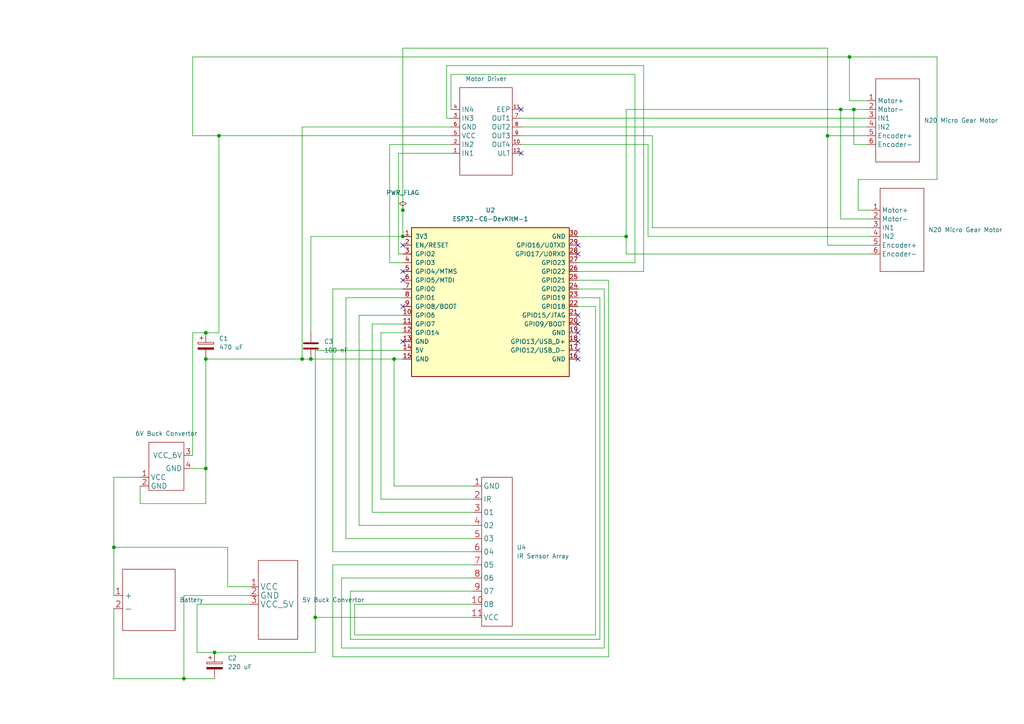
<source format=kicad_sch>
(kicad_sch
	(version 20250114)
	(generator "eeschema")
	(generator_version "9.0")
	(uuid "251d369d-29e6-4cc4-9ad2-9627e3bfe5fc")
	(paper "A4")
	(lib_symbols
		(symbol "7.4V_2500_mAH_Li-ion_Battery_1"
			(exclude_from_sim no)
			(in_bom yes)
			(on_board yes)
			(property "Reference" "U"
				(at 14.986 4.318 0)
				(effects
					(font
						(size 1.27 1.27)
					)
					(hide yes)
				)
			)
			(property "Value" ""
				(at 0 0 0)
				(effects
					(font
						(size 1.27 1.27)
					)
				)
			)
			(property "Footprint" ""
				(at 0 0 0)
				(effects
					(font
						(size 1.27 1.27)
					)
					(hide yes)
				)
			)
			(property "Datasheet" ""
				(at 0 0 0)
				(effects
					(font
						(size 1.27 1.27)
					)
					(hide yes)
				)
			)
			(property "Description" ""
				(at 0 0 0)
				(effects
					(font
						(size 1.27 1.27)
					)
					(hide yes)
				)
			)
			(symbol "7.4V_2500_mAH_Li-ion_Battery_1_0_1"
				(rectangle
					(start -7.62 17.78)
					(end 7.62 0)
					(stroke
						(width 0)
						(type default)
					)
					(fill
						(type none)
					)
				)
			)
			(symbol "7.4V_2500_mAH_Li-ion_Battery_1_1_1"
				(pin output line
					(at -10.16 10.16 0)
					(length 2.54)
					(name "+"
						(effects
							(font
								(size 1.778 1.778)
							)
						)
					)
					(number "1"
						(effects
							(font
								(size 1.778 1.778)
							)
						)
					)
				)
				(pin output line
					(at -10.16 6.35 0)
					(length 2.54)
					(name "-"
						(effects
							(font
								(size 1.778 1.778)
							)
						)
					)
					(number "2"
						(effects
							(font
								(size 1.778 1.778)
							)
						)
					)
				)
			)
			(embedded_fonts no)
		)
		(symbol "Device:C"
			(pin_numbers
				(hide yes)
			)
			(pin_names
				(offset 0.254)
			)
			(exclude_from_sim no)
			(in_bom yes)
			(on_board yes)
			(property "Reference" "C"
				(at 0.635 2.54 0)
				(effects
					(font
						(size 1.27 1.27)
					)
					(justify left)
				)
			)
			(property "Value" "C"
				(at 0.635 -2.54 0)
				(effects
					(font
						(size 1.27 1.27)
					)
					(justify left)
				)
			)
			(property "Footprint" ""
				(at 0.9652 -3.81 0)
				(effects
					(font
						(size 1.27 1.27)
					)
					(hide yes)
				)
			)
			(property "Datasheet" "~"
				(at 0 0 0)
				(effects
					(font
						(size 1.27 1.27)
					)
					(hide yes)
				)
			)
			(property "Description" "Unpolarized capacitor"
				(at 0 0 0)
				(effects
					(font
						(size 1.27 1.27)
					)
					(hide yes)
				)
			)
			(property "ki_keywords" "cap capacitor"
				(at 0 0 0)
				(effects
					(font
						(size 1.27 1.27)
					)
					(hide yes)
				)
			)
			(property "ki_fp_filters" "C_*"
				(at 0 0 0)
				(effects
					(font
						(size 1.27 1.27)
					)
					(hide yes)
				)
			)
			(symbol "C_0_1"
				(polyline
					(pts
						(xy -2.032 0.762) (xy 2.032 0.762)
					)
					(stroke
						(width 0.508)
						(type default)
					)
					(fill
						(type none)
					)
				)
				(polyline
					(pts
						(xy -2.032 -0.762) (xy 2.032 -0.762)
					)
					(stroke
						(width 0.508)
						(type default)
					)
					(fill
						(type none)
					)
				)
			)
			(symbol "C_1_1"
				(pin passive line
					(at 0 3.81 270)
					(length 2.794)
					(name "~"
						(effects
							(font
								(size 1.27 1.27)
							)
						)
					)
					(number "1"
						(effects
							(font
								(size 1.27 1.27)
							)
						)
					)
				)
				(pin passive line
					(at 0 -3.81 90)
					(length 2.794)
					(name "~"
						(effects
							(font
								(size 1.27 1.27)
							)
						)
					)
					(number "2"
						(effects
							(font
								(size 1.27 1.27)
							)
						)
					)
				)
			)
			(embedded_fonts no)
		)
		(symbol "Device:C_Polarized"
			(pin_numbers
				(hide yes)
			)
			(pin_names
				(offset 0.254)
			)
			(exclude_from_sim no)
			(in_bom yes)
			(on_board yes)
			(property "Reference" "C"
				(at 0.635 2.54 0)
				(effects
					(font
						(size 1.27 1.27)
					)
					(justify left)
				)
			)
			(property "Value" "C_Polarized"
				(at 0.635 -2.54 0)
				(effects
					(font
						(size 1.27 1.27)
					)
					(justify left)
				)
			)
			(property "Footprint" ""
				(at 0.9652 -3.81 0)
				(effects
					(font
						(size 1.27 1.27)
					)
					(hide yes)
				)
			)
			(property "Datasheet" "~"
				(at 0 0 0)
				(effects
					(font
						(size 1.27 1.27)
					)
					(hide yes)
				)
			)
			(property "Description" "Polarized capacitor"
				(at 0 0 0)
				(effects
					(font
						(size 1.27 1.27)
					)
					(hide yes)
				)
			)
			(property "ki_keywords" "cap capacitor"
				(at 0 0 0)
				(effects
					(font
						(size 1.27 1.27)
					)
					(hide yes)
				)
			)
			(property "ki_fp_filters" "CP_*"
				(at 0 0 0)
				(effects
					(font
						(size 1.27 1.27)
					)
					(hide yes)
				)
			)
			(symbol "C_Polarized_0_1"
				(rectangle
					(start -2.286 0.508)
					(end 2.286 1.016)
					(stroke
						(width 0)
						(type default)
					)
					(fill
						(type none)
					)
				)
				(polyline
					(pts
						(xy -1.778 2.286) (xy -0.762 2.286)
					)
					(stroke
						(width 0)
						(type default)
					)
					(fill
						(type none)
					)
				)
				(polyline
					(pts
						(xy -1.27 2.794) (xy -1.27 1.778)
					)
					(stroke
						(width 0)
						(type default)
					)
					(fill
						(type none)
					)
				)
				(rectangle
					(start 2.286 -0.508)
					(end -2.286 -1.016)
					(stroke
						(width 0)
						(type default)
					)
					(fill
						(type outline)
					)
				)
			)
			(symbol "C_Polarized_1_1"
				(pin passive line
					(at 0 3.81 270)
					(length 2.794)
					(name "~"
						(effects
							(font
								(size 1.27 1.27)
							)
						)
					)
					(number "1"
						(effects
							(font
								(size 1.27 1.27)
							)
						)
					)
				)
				(pin passive line
					(at 0 -3.81 90)
					(length 2.794)
					(name "~"
						(effects
							(font
								(size 1.27 1.27)
							)
						)
					)
					(number "2"
						(effects
							(font
								(size 1.27 1.27)
							)
						)
					)
				)
			)
			(embedded_fonts no)
		)
		(symbol "Espressif:ESP32-C6-DevKitM-1"
			(pin_names
				(offset 1.016)
			)
			(exclude_from_sim no)
			(in_bom yes)
			(on_board yes)
			(property "Reference" "U"
				(at -22.86 25.4 0)
				(effects
					(font
						(size 1.27 1.27)
					)
					(justify left)
				)
			)
			(property "Value" "ESP32-C6-DevKitM-1"
				(at -22.86 22.86 0)
				(effects
					(font
						(size 1.27 1.27)
					)
					(justify left)
				)
			)
			(property "Footprint" "PCM_Espressif:ESP32-C6-DevKitM-1"
				(at 0 -25.4 0)
				(effects
					(font
						(size 1.27 1.27)
					)
					(hide yes)
				)
			)
			(property "Datasheet" "https://docs.espressif.com/projects/espressif-esp-dev-kits/en/latest/esp32c6/esp32-c6-devkitm-1/index.html"
				(at 8.89 -27.94 0)
				(effects
					(font
						(size 1.27 1.27)
					)
					(hide yes)
				)
			)
			(property "Description" "ESP32-C6-DevKitC-1"
				(at 0 0 0)
				(effects
					(font
						(size 1.27 1.27)
					)
					(hide yes)
				)
			)
			(symbol "ESP32-C6-DevKitM-1_0_1"
				(rectangle
					(start -22.86 20.32)
					(end 22.86 -22.86)
					(stroke
						(width 0.254)
						(type default)
					)
					(fill
						(type background)
					)
				)
			)
			(symbol "ESP32-C6-DevKitM-1_1_0"
				(pin input line
					(at -25.4 15.24 0)
					(length 2.54)
					(name "EN/RESET"
						(effects
							(font
								(size 1.27 1.27)
							)
						)
					)
					(number "2"
						(effects
							(font
								(size 1.27 1.27)
							)
						)
					)
				)
				(pin power_in line
					(at -25.4 -15.24 0)
					(length 2.54)
					(name "5V"
						(effects
							(font
								(size 1.27 1.27)
							)
						)
					)
					(number "14"
						(effects
							(font
								(size 1.27 1.27)
							)
						)
					)
				)
				(pin passive line
					(at 25.4 17.78 180)
					(length 2.54)
					(name "GND"
						(effects
							(font
								(size 1.27 1.27)
							)
						)
					)
					(number "30"
						(effects
							(font
								(size 1.27 1.27)
							)
						)
					)
				)
			)
			(symbol "ESP32-C6-DevKitM-1_1_1"
				(pin power_in line
					(at -25.4 17.78 0)
					(length 2.54)
					(name "3V3"
						(effects
							(font
								(size 1.27 1.27)
							)
						)
					)
					(number "1"
						(effects
							(font
								(size 1.27 1.27)
							)
						)
					)
				)
				(pin bidirectional line
					(at -25.4 12.7 0)
					(length 2.54)
					(name "GPIO2"
						(effects
							(font
								(size 1.27 1.27)
							)
						)
					)
					(number "3"
						(effects
							(font
								(size 1.27 1.27)
							)
						)
					)
					(alternate "GPIO2/ADC1_CH2" bidirectional line)
					(alternate "GPIO2/FSPIQ" bidirectional line)
					(alternate "GPIO2/LP_GPIO2" bidirectional line)
					(alternate "GPIO2/LP_UART_RTSN" bidirectional line)
				)
				(pin bidirectional line
					(at -25.4 10.16 0)
					(length 2.54)
					(name "GPIO3"
						(effects
							(font
								(size 1.27 1.27)
							)
						)
					)
					(number "4"
						(effects
							(font
								(size 1.27 1.27)
							)
						)
					)
					(alternate "GPIO3/ADC1_CH3" bidirectional line)
					(alternate "GPIO3/LP_GPIO3" bidirectional line)
					(alternate "GPIO3/LP_UART_CTSN" bidirectional line)
				)
				(pin bidirectional line
					(at -25.4 7.62 0)
					(length 2.54)
					(name "GPIO4/MTMS"
						(effects
							(font
								(size 1.27 1.27)
							)
						)
					)
					(number "5"
						(effects
							(font
								(size 1.27 1.27)
							)
						)
					)
					(alternate "GPIO4" bidirectional line)
					(alternate "GPIO4/ADC1_CH4" bidirectional line)
					(alternate "GPIO4/FSPIHD" bidirectional line)
					(alternate "GPIO4/LP_GPIO4" bidirectional line)
					(alternate "GPIO4/LP_UART_RXD" bidirectional line)
				)
				(pin bidirectional line
					(at -25.4 5.08 0)
					(length 2.54)
					(name "GPIO5/MTDI"
						(effects
							(font
								(size 1.27 1.27)
							)
						)
					)
					(number "6"
						(effects
							(font
								(size 1.27 1.27)
							)
						)
					)
					(alternate "GPIO5" bidirectional line)
					(alternate "GPIO5/ADC1_CH5" bidirectional line)
					(alternate "GPIO5/FSPIWP" bidirectional line)
					(alternate "GPIO5/LP_GPIO5" bidirectional line)
					(alternate "GPIO5/LP_UART_TXD" bidirectional line)
				)
				(pin bidirectional line
					(at -25.4 2.54 0)
					(length 2.54)
					(name "GPIO0"
						(effects
							(font
								(size 1.27 1.27)
							)
						)
					)
					(number "7"
						(effects
							(font
								(size 1.27 1.27)
							)
						)
					)
					(alternate "GPIO0/ADC1_CH0" bidirectional line)
					(alternate "GPIO0/LP_GPIO0" bidirectional line)
					(alternate "GPIO0/LP_UART_DTRN" bidirectional line)
					(alternate "GPIO0/XTAL_32K_P" bidirectional line)
				)
				(pin bidirectional line
					(at -25.4 0 0)
					(length 2.54)
					(name "GPIO1"
						(effects
							(font
								(size 1.27 1.27)
							)
						)
					)
					(number "8"
						(effects
							(font
								(size 1.27 1.27)
							)
						)
					)
					(alternate "GPIO1/ADC1_CH1" bidirectional line)
					(alternate "GPIO1/LP_GPIO1" bidirectional line)
					(alternate "GPIO1/LP_UART_DSRN" bidirectional line)
					(alternate "GPIO1/XTAL_32K_N" bidirectional line)
				)
				(pin bidirectional line
					(at -25.4 -2.54 0)
					(length 2.54)
					(name "GPIO8/BOOT"
						(effects
							(font
								(size 1.27 1.27)
							)
						)
					)
					(number "9"
						(effects
							(font
								(size 1.27 1.27)
							)
						)
					)
				)
				(pin bidirectional line
					(at -25.4 -5.08 0)
					(length 2.54)
					(name "GPIO6"
						(effects
							(font
								(size 1.27 1.27)
							)
						)
					)
					(number "10"
						(effects
							(font
								(size 1.27 1.27)
							)
						)
					)
					(alternate "GPIO6/ADC1_CH6" bidirectional line)
					(alternate "GPIO6/FSPICLK" bidirectional line)
					(alternate "GPIO6/LP_GPIO6" bidirectional line)
					(alternate "GPIO6/LP_I2C_SDA" bidirectional line)
					(alternate "GPIO6/MTCK" bidirectional line)
				)
				(pin bidirectional line
					(at -25.4 -7.62 0)
					(length 2.54)
					(name "GPIO7"
						(effects
							(font
								(size 1.27 1.27)
							)
						)
					)
					(number "11"
						(effects
							(font
								(size 1.27 1.27)
							)
						)
					)
				)
				(pin bidirectional line
					(at -25.4 -10.16 0)
					(length 2.54)
					(name "GPIO14"
						(effects
							(font
								(size 1.27 1.27)
							)
						)
					)
					(number "12"
						(effects
							(font
								(size 1.27 1.27)
							)
						)
					)
				)
				(pin passive line
					(at -25.4 -12.7 0)
					(length 2.54)
					(name "GND"
						(effects
							(font
								(size 1.27 1.27)
							)
						)
					)
					(number "13"
						(effects
							(font
								(size 1.27 1.27)
							)
						)
					)
				)
				(pin passive line
					(at -25.4 -17.78 0)
					(length 2.54)
					(name "GND"
						(effects
							(font
								(size 1.27 1.27)
							)
						)
					)
					(number "15"
						(effects
							(font
								(size 1.27 1.27)
							)
						)
					)
				)
				(pin bidirectional line
					(at 25.4 15.24 180)
					(length 2.54)
					(name "GPIO16/U0TXD"
						(effects
							(font
								(size 1.27 1.27)
							)
						)
					)
					(number "29"
						(effects
							(font
								(size 1.27 1.27)
							)
						)
					)
					(alternate "GPIO16" bidirectional line)
					(alternate "GPIO16/FSPICS0" bidirectional line)
				)
				(pin bidirectional line
					(at 25.4 12.7 180)
					(length 2.54)
					(name "GPIO17/U0RXD"
						(effects
							(font
								(size 1.27 1.27)
							)
						)
					)
					(number "28"
						(effects
							(font
								(size 1.27 1.27)
							)
						)
					)
					(alternate "GPIO17" bidirectional line)
					(alternate "GPIO17/FSPICS1" bidirectional line)
				)
				(pin bidirectional line
					(at 25.4 10.16 180)
					(length 2.54)
					(name "GPIO23"
						(effects
							(font
								(size 1.27 1.27)
							)
						)
					)
					(number "27"
						(effects
							(font
								(size 1.27 1.27)
							)
						)
					)
					(alternate "GPIO23/SDIO_DATA3" bidirectional line)
				)
				(pin bidirectional line
					(at 25.4 7.62 180)
					(length 2.54)
					(name "GPIO22"
						(effects
							(font
								(size 1.27 1.27)
							)
						)
					)
					(number "26"
						(effects
							(font
								(size 1.27 1.27)
							)
						)
					)
					(alternate "GPIO22/SDIO_DATA2" bidirectional line)
				)
				(pin bidirectional line
					(at 25.4 5.08 180)
					(length 2.54)
					(name "GPIO21"
						(effects
							(font
								(size 1.27 1.27)
							)
						)
					)
					(number "25"
						(effects
							(font
								(size 1.27 1.27)
							)
						)
					)
					(alternate "GPIO21/FSPICS5" bidirectional line)
					(alternate "GPIO21/SDIO_DATA1" bidirectional line)
				)
				(pin bidirectional line
					(at 25.4 2.54 180)
					(length 2.54)
					(name "GPIO20"
						(effects
							(font
								(size 1.27 1.27)
							)
						)
					)
					(number "24"
						(effects
							(font
								(size 1.27 1.27)
							)
						)
					)
					(alternate "GPIO20/FSPICS4" bidirectional line)
					(alternate "GPIO20/SDIO_DATA0" bidirectional line)
				)
				(pin bidirectional line
					(at 25.4 0 180)
					(length 2.54)
					(name "GPIO19"
						(effects
							(font
								(size 1.27 1.27)
							)
						)
					)
					(number "23"
						(effects
							(font
								(size 1.27 1.27)
							)
						)
					)
					(alternate "GPIO19/FSPICS3" bidirectional line)
					(alternate "GPIO19/SDIO_CLK" bidirectional line)
				)
				(pin bidirectional line
					(at 25.4 -2.54 180)
					(length 2.54)
					(name "GPIO18"
						(effects
							(font
								(size 1.27 1.27)
							)
						)
					)
					(number "22"
						(effects
							(font
								(size 1.27 1.27)
							)
						)
					)
					(alternate "GPIO18/FSPICS2" bidirectional line)
					(alternate "GPIO18/SDIO_CMD" bidirectional line)
				)
				(pin bidirectional line
					(at 25.4 -5.08 180)
					(length 2.54)
					(name "GPIO15/JTAG"
						(effects
							(font
								(size 1.27 1.27)
							)
						)
					)
					(number "21"
						(effects
							(font
								(size 1.27 1.27)
							)
						)
					)
				)
				(pin bidirectional line
					(at 25.4 -7.62 180)
					(length 2.54)
					(name "GPIO9/BOOT"
						(effects
							(font
								(size 1.27 1.27)
							)
						)
					)
					(number "20"
						(effects
							(font
								(size 1.27 1.27)
							)
						)
					)
				)
				(pin passive line
					(at 25.4 -10.16 180)
					(length 2.54)
					(name "GND"
						(effects
							(font
								(size 1.27 1.27)
							)
						)
					)
					(number "19"
						(effects
							(font
								(size 1.27 1.27)
							)
						)
					)
				)
				(pin bidirectional line
					(at 25.4 -12.7 180)
					(length 2.54)
					(name "GPIO13/USB_D+"
						(effects
							(font
								(size 1.27 1.27)
							)
						)
					)
					(number "18"
						(effects
							(font
								(size 1.27 1.27)
							)
						)
					)
					(alternate "GPIO13" bidirectional line)
				)
				(pin bidirectional line
					(at 25.4 -15.24 180)
					(length 2.54)
					(name "GPIO12/USB_D-"
						(effects
							(font
								(size 1.27 1.27)
							)
						)
					)
					(number "17"
						(effects
							(font
								(size 1.27 1.27)
							)
						)
					)
					(alternate "GPIO12" bidirectional line)
				)
				(pin passive line
					(at 25.4 -17.78 180)
					(length 2.54)
					(name "GND"
						(effects
							(font
								(size 1.27 1.27)
							)
						)
					)
					(number "16"
						(effects
							(font
								(size 1.27 1.27)
							)
						)
					)
				)
			)
			(embedded_fonts no)
		)
		(symbol "Line Following Robot:5V_Buck_Convertor"
			(exclude_from_sim no)
			(in_bom yes)
			(on_board yes)
			(property "Reference" "U1"
				(at 6.35 3.556 0)
				(effects
					(font
						(size 1.27 1.27)
					)
					(hide yes)
				)
			)
			(property "Value" "~"
				(at 3.81 11.4301 0)
				(effects
					(font
						(size 1.27 1.27)
					)
					(justify left)
				)
			)
			(property "Footprint" ""
				(at 0 0 0)
				(effects
					(font
						(size 1.27 1.27)
					)
					(hide yes)
				)
			)
			(property "Datasheet" ""
				(at 0 0 0)
				(effects
					(font
						(size 1.27 1.27)
					)
					(hide yes)
				)
			)
			(property "Description" ""
				(at 0 0 0)
				(effects
					(font
						(size 1.27 1.27)
					)
					(hide yes)
				)
			)
			(symbol "5V_Buck_Convertor_0_1"
				(rectangle
					(start -8.89 22.86)
					(end 2.54 0)
					(stroke
						(width 0)
						(type default)
					)
					(fill
						(type none)
					)
				)
			)
			(symbol "5V_Buck_Convertor_1_1"
				(pin input line
					(at -11.43 15.24 0)
					(length 2.54)
					(name "VCC"
						(effects
							(font
								(size 1.778 1.778)
							)
						)
					)
					(number "1"
						(effects
							(font
								(size 1.778 1.778)
							)
						)
					)
				)
				(pin passive line
					(at -11.43 12.7 0)
					(length 2.54)
					(name "GND"
						(effects
							(font
								(size 1.778 1.778)
							)
						)
					)
					(number "2"
						(effects
							(font
								(size 1.778 1.778)
							)
						)
					)
				)
				(pin power_out line
					(at -11.43 10.16 0)
					(length 2.54)
					(name "VCC_5V"
						(effects
							(font
								(size 1.778 1.778)
							)
						)
					)
					(number "3"
						(effects
							(font
								(size 1.778 1.778)
							)
						)
					)
				)
			)
			(embedded_fonts no)
		)
		(symbol "Line Following Robot:8_Channel_IR_Sensor_Array"
			(exclude_from_sim no)
			(in_bom yes)
			(on_board yes)
			(property "Reference" "U"
				(at 4.826 2.794 0)
				(effects
					(font
						(size 1.27 1.27)
					)
				)
			)
			(property "Value" ""
				(at 0 0 0)
				(effects
					(font
						(size 1.27 1.27)
					)
				)
			)
			(property "Footprint" ""
				(at 0 0 0)
				(effects
					(font
						(size 1.27 1.27)
					)
					(hide yes)
				)
			)
			(property "Datasheet" ""
				(at 0 0 0)
				(effects
					(font
						(size 1.27 1.27)
					)
					(hide yes)
				)
			)
			(property "Description" ""
				(at 0 0 0)
				(effects
					(font
						(size 1.27 1.27)
					)
					(hide yes)
				)
			)
			(symbol "8_Channel_IR_Sensor_Array_0_1"
				(rectangle
					(start -3.81 20.32)
					(end 5.08 -22.86)
					(stroke
						(width 0)
						(type default)
					)
					(fill
						(type none)
					)
				)
			)
			(symbol "8_Channel_IR_Sensor_Array_1_1"
				(pin passive line
					(at -6.35 17.78 0)
					(length 2.54)
					(name "GND"
						(effects
							(font
								(size 1.524 1.524)
							)
						)
					)
					(number "1"
						(effects
							(font
								(size 1.778 1.778)
							)
						)
					)
				)
				(pin input line
					(at -6.35 13.97 0)
					(length 2.54)
					(name "IR"
						(effects
							(font
								(size 1.524 1.524)
							)
						)
					)
					(number "2"
						(effects
							(font
								(size 1.778 1.778)
							)
						)
					)
				)
				(pin output line
					(at -6.35 10.16 0)
					(length 2.54)
					(name "01"
						(effects
							(font
								(size 1.524 1.524)
							)
						)
					)
					(number "3"
						(effects
							(font
								(size 1.778 1.778)
							)
						)
					)
				)
				(pin output line
					(at -6.35 6.35 0)
					(length 2.54)
					(name "02"
						(effects
							(font
								(size 1.524 1.524)
							)
						)
					)
					(number "4"
						(effects
							(font
								(size 1.778 1.778)
							)
						)
					)
				)
				(pin output line
					(at -6.35 2.54 0)
					(length 2.54)
					(name "03"
						(effects
							(font
								(size 1.524 1.524)
							)
						)
					)
					(number "5"
						(effects
							(font
								(size 1.778 1.778)
							)
						)
					)
				)
				(pin output line
					(at -6.35 -1.27 0)
					(length 2.54)
					(name "04"
						(effects
							(font
								(size 1.524 1.524)
							)
						)
					)
					(number "6"
						(effects
							(font
								(size 1.778 1.778)
							)
						)
					)
				)
				(pin output line
					(at -6.35 -5.08 0)
					(length 2.54)
					(name "05"
						(effects
							(font
								(size 1.524 1.524)
							)
						)
					)
					(number "7"
						(effects
							(font
								(size 1.778 1.778)
							)
						)
					)
				)
				(pin output line
					(at -6.35 -8.89 0)
					(length 2.54)
					(name "06"
						(effects
							(font
								(size 1.524 1.524)
							)
						)
					)
					(number "8"
						(effects
							(font
								(size 1.778 1.778)
							)
						)
					)
				)
				(pin output line
					(at -6.35 -12.7 0)
					(length 2.54)
					(name "07"
						(effects
							(font
								(size 1.524 1.524)
							)
						)
					)
					(number "9"
						(effects
							(font
								(size 1.778 1.778)
							)
						)
					)
				)
				(pin output line
					(at -6.35 -16.51 0)
					(length 2.54)
					(name "08"
						(effects
							(font
								(size 1.524 1.524)
							)
						)
					)
					(number "10"
						(effects
							(font
								(size 1.778 1.778)
							)
						)
					)
				)
				(pin input line
					(at -6.35 -20.32 0)
					(length 2.54)
					(name "VCC"
						(effects
							(font
								(size 1.524 1.524)
							)
						)
					)
					(number "11"
						(effects
							(font
								(size 1.778 1.778)
							)
						)
					)
				)
			)
			(embedded_fonts no)
		)
		(symbol "Line Following Robot:DRV8833_Dual_Motor_Driver_1.5A"
			(exclude_from_sim no)
			(in_bom yes)
			(on_board yes)
			(property "Reference" "U"
				(at -12.954 -4.064 0)
				(effects
					(font
						(size 1.27 1.27)
					)
					(hide yes)
				)
			)
			(property "Value" ""
				(at 0 0 0)
				(effects
					(font
						(size 1.27 1.27)
					)
				)
			)
			(property "Footprint" ""
				(at 0 0 0)
				(effects
					(font
						(size 1.27 1.27)
					)
					(hide yes)
				)
			)
			(property "Datasheet" ""
				(at 0 0 0)
				(effects
					(font
						(size 1.27 1.27)
					)
					(hide yes)
				)
			)
			(property "Description" ""
				(at 0 0 0)
				(effects
					(font
						(size 1.27 1.27)
					)
					(hide yes)
				)
			)
			(symbol "DRV8833_Dual_Motor_Driver_1.5A_0_1"
				(rectangle
					(start -15.24 8.89)
					(end 0 -16.51)
					(stroke
						(width 0)
						(type default)
					)
					(fill
						(type none)
					)
				)
			)
			(symbol "DRV8833_Dual_Motor_Driver_1.5A_1_1"
				(pin input line
					(at -17.78 2.54 0)
					(length 2.54)
					(name "IN4"
						(effects
							(font
								(size 1.397 1.397)
							)
						)
					)
					(number "4"
						(effects
							(font
								(size 1.016 1.016)
							)
						)
					)
				)
				(pin input line
					(at -17.78 0 0)
					(length 2.54)
					(name "IN3"
						(effects
							(font
								(size 1.397 1.397)
							)
						)
					)
					(number "3"
						(effects
							(font
								(size 1.016 1.016)
							)
						)
					)
				)
				(pin input line
					(at -17.78 -2.54 0)
					(length 2.54)
					(name "GND"
						(effects
							(font
								(size 1.397 1.397)
							)
						)
					)
					(number "6"
						(effects
							(font
								(size 1.016 1.016)
							)
						)
					)
				)
				(pin input line
					(at -17.78 -5.08 0)
					(length 2.54)
					(name "VCC"
						(effects
							(font
								(size 1.397 1.397)
							)
						)
					)
					(number "5"
						(effects
							(font
								(size 1.016 1.016)
							)
						)
					)
				)
				(pin input line
					(at -17.78 -7.62 0)
					(length 2.54)
					(name "IN2"
						(effects
							(font
								(size 1.397 1.397)
							)
						)
					)
					(number "2"
						(effects
							(font
								(size 1.016 1.016)
							)
						)
					)
				)
				(pin input line
					(at -17.78 -10.16 0)
					(length 2.54)
					(name "IN1"
						(effects
							(font
								(size 1.397 1.397)
							)
						)
					)
					(number "1"
						(effects
							(font
								(size 1.016 1.016)
							)
						)
					)
				)
				(pin input line
					(at 2.54 2.54 180)
					(length 2.54)
					(name "EEP"
						(effects
							(font
								(size 1.397 1.397)
							)
						)
					)
					(number "11"
						(effects
							(font
								(size 1.016 1.016)
							)
						)
					)
				)
				(pin output line
					(at 2.54 0 180)
					(length 2.54)
					(name "OUT1"
						(effects
							(font
								(size 1.397 1.397)
							)
						)
					)
					(number "7"
						(effects
							(font
								(size 1.016 1.016)
							)
						)
					)
				)
				(pin output line
					(at 2.54 -2.54 180)
					(length 2.54)
					(name "OUT2"
						(effects
							(font
								(size 1.397 1.397)
							)
						)
					)
					(number "8"
						(effects
							(font
								(size 1.016 1.016)
							)
						)
					)
				)
				(pin output line
					(at 2.54 -5.08 180)
					(length 2.54)
					(name "OUT3"
						(effects
							(font
								(size 1.397 1.397)
							)
						)
					)
					(number "9"
						(effects
							(font
								(size 1.016 1.016)
							)
						)
					)
				)
				(pin output line
					(at 2.54 -7.62 180)
					(length 2.54)
					(name "OUT4"
						(effects
							(font
								(size 1.397 1.397)
							)
						)
					)
					(number "10"
						(effects
							(font
								(size 1.016 1.016)
							)
						)
					)
				)
				(pin output line
					(at 2.54 -10.16 180)
					(length 2.54)
					(name "ULT"
						(effects
							(font
								(size 1.397 1.397)
							)
						)
					)
					(number "12"
						(effects
							(font
								(size 1.016 1.016)
							)
						)
					)
				)
			)
			(embedded_fonts no)
		)
		(symbol "Line Following Robot:N20_Micro_Gear_Motor_with_Encoder"
			(exclude_from_sim no)
			(in_bom yes)
			(on_board yes)
			(property "Reference" "A"
				(at 23.876 16.002 0)
				(do_not_autoplace)
				(effects
					(font
						(size 1.27 1.27)
					)
					(hide yes)
				)
			)
			(property "Value" ""
				(at 0 0 0)
				(effects
					(font
						(size 1.27 1.27)
					)
				)
			)
			(property "Footprint" ""
				(at 0 0 0)
				(effects
					(font
						(size 1.27 1.27)
					)
					(hide yes)
				)
			)
			(property "Datasheet" ""
				(at 0 0 0)
				(effects
					(font
						(size 1.27 1.27)
					)
					(hide yes)
				)
			)
			(property "Description" ""
				(at 0 0 0)
				(effects
					(font
						(size 1.27 1.27)
					)
					(hide yes)
				)
			)
			(symbol "N20_Micro_Gear_Motor_with_Encoder_0_1"
				(rectangle
					(start -3.81 7.62)
					(end 8.89 -16.51)
					(stroke
						(width 0)
						(type default)
					)
					(fill
						(type none)
					)
				)
			)
			(symbol "N20_Micro_Gear_Motor_with_Encoder_1_1"
				(pin input line
					(at -6.35 1.27 0)
					(length 2.54)
					(name "Motor+"
						(effects
							(font
								(size 1.397 1.397)
							)
						)
					)
					(number "1"
						(effects
							(font
								(size 1.397 1.397)
							)
						)
					)
				)
				(pin input line
					(at -6.35 -1.27 0)
					(length 2.54)
					(name "Motor-"
						(effects
							(font
								(size 1.397 1.397)
							)
						)
					)
					(number "2"
						(effects
							(font
								(size 1.397 1.397)
							)
						)
					)
				)
				(pin input line
					(at -6.35 -3.81 0)
					(length 2.54)
					(name "IN1"
						(effects
							(font
								(size 1.397 1.397)
							)
						)
					)
					(number "3"
						(effects
							(font
								(size 1.397 1.397)
							)
						)
					)
				)
				(pin input line
					(at -6.35 -6.35 0)
					(length 2.54)
					(name "IN2"
						(effects
							(font
								(size 1.397 1.397)
							)
						)
					)
					(number "4"
						(effects
							(font
								(size 1.397 1.397)
							)
						)
					)
				)
				(pin input line
					(at -6.35 -8.89 0)
					(length 2.54)
					(name "Encoder+"
						(effects
							(font
								(size 1.397 1.397)
							)
						)
					)
					(number "5"
						(effects
							(font
								(size 1.397 1.397)
							)
						)
					)
				)
				(pin input line
					(at -6.35 -11.43 0)
					(length 2.54)
					(name "Encoder-"
						(effects
							(font
								(size 1.397 1.397)
							)
						)
					)
					(number "6"
						(effects
							(font
								(size 1.397 1.397)
							)
						)
					)
				)
			)
			(embedded_fonts no)
		)
		(symbol "XL4015_Buck_Convertor_1"
			(exclude_from_sim no)
			(in_bom yes)
			(on_board yes)
			(property "Reference" "U"
				(at 13.716 6.858 0)
				(effects
					(font
						(size 1.27 1.27)
					)
					(hide yes)
				)
			)
			(property "Value" ""
				(at 0 0 0)
				(effects
					(font
						(size 1.27 1.27)
					)
				)
			)
			(property "Footprint" ""
				(at 0 0 0)
				(effects
					(font
						(size 1.27 1.27)
					)
					(hide yes)
				)
			)
			(property "Datasheet" ""
				(at 0 0 0)
				(effects
					(font
						(size 1.27 1.27)
					)
					(hide yes)
				)
			)
			(property "Description" ""
				(at 0 0 0)
				(effects
					(font
						(size 1.27 1.27)
					)
					(hide yes)
				)
			)
			(symbol "XL4015_Buck_Convertor_1_0_1"
				(rectangle
					(start -10.16 13.97)
					(end 0 0)
					(stroke
						(width 0)
						(type default)
					)
					(fill
						(type none)
					)
				)
			)
			(symbol "XL4015_Buck_Convertor_1_1_1"
				(pin input line
					(at -12.7 3.81 0)
					(length 2.54)
					(name "VCC"
						(effects
							(font
								(size 1.524 1.524)
							)
						)
					)
					(number "1"
						(effects
							(font
								(size 1.524 1.524)
							)
						)
					)
				)
				(pin input line
					(at -12.7 1.27 0)
					(length 2.54)
					(name "GND"
						(effects
							(font
								(size 1.524 1.524)
							)
						)
					)
					(number "2"
						(effects
							(font
								(size 1.524 1.524)
							)
						)
					)
				)
				(pin output line
					(at 2.54 10.16 180)
					(length 2.54)
					(name "VCC_6V"
						(effects
							(font
								(size 1.524 1.524)
							)
						)
					)
					(number "3"
						(effects
							(font
								(size 1.524 1.524)
							)
						)
					)
				)
				(pin output line
					(at 2.54 6.35 180)
					(length 2.54)
					(name "GND"
						(effects
							(font
								(size 1.524 1.524)
							)
						)
					)
					(number "4"
						(effects
							(font
								(size 1.524 1.524)
							)
						)
					)
				)
			)
			(embedded_fonts no)
		)
		(symbol "power:PWR_FLAG"
			(power)
			(pin_numbers
				(hide yes)
			)
			(pin_names
				(offset 0)
				(hide yes)
			)
			(exclude_from_sim no)
			(in_bom yes)
			(on_board yes)
			(property "Reference" "#FLG"
				(at 0 1.905 0)
				(effects
					(font
						(size 1.27 1.27)
					)
					(hide yes)
				)
			)
			(property "Value" "PWR_FLAG"
				(at 0 3.81 0)
				(effects
					(font
						(size 1.27 1.27)
					)
				)
			)
			(property "Footprint" ""
				(at 0 0 0)
				(effects
					(font
						(size 1.27 1.27)
					)
					(hide yes)
				)
			)
			(property "Datasheet" "~"
				(at 0 0 0)
				(effects
					(font
						(size 1.27 1.27)
					)
					(hide yes)
				)
			)
			(property "Description" "Special symbol for telling ERC where power comes from"
				(at 0 0 0)
				(effects
					(font
						(size 1.27 1.27)
					)
					(hide yes)
				)
			)
			(property "ki_keywords" "flag power"
				(at 0 0 0)
				(effects
					(font
						(size 1.27 1.27)
					)
					(hide yes)
				)
			)
			(symbol "PWR_FLAG_0_0"
				(pin power_out line
					(at 0 0 90)
					(length 0)
					(name "~"
						(effects
							(font
								(size 1.27 1.27)
							)
						)
					)
					(number "1"
						(effects
							(font
								(size 1.27 1.27)
							)
						)
					)
				)
			)
			(symbol "PWR_FLAG_0_1"
				(polyline
					(pts
						(xy 0 0) (xy 0 1.27) (xy -1.016 1.905) (xy 0 2.54) (xy 1.016 1.905) (xy 0 1.27)
					)
					(stroke
						(width 0)
						(type default)
					)
					(fill
						(type none)
					)
				)
			)
			(embedded_fonts no)
		)
	)
	(junction
		(at 90.17 104.14)
		(diameter 0)
		(color 0 0 0 0)
		(uuid "03af884e-094f-4f57-aa90-856e9abadebc")
	)
	(junction
		(at 59.69 104.14)
		(diameter 0)
		(color 0 0 0 0)
		(uuid "0d7943af-108d-4a47-a995-4905b4b4f839")
	)
	(junction
		(at 87.63 104.14)
		(diameter 0)
		(color 0 0 0 0)
		(uuid "0f29e52a-0a5b-45ce-b781-82254a0c30da")
	)
	(junction
		(at 116.84 68.58)
		(diameter 0)
		(color 0 0 0 0)
		(uuid "18db4fef-1bb5-43c8-a68b-32c325a66d71")
	)
	(junction
		(at 33.02 158.75)
		(diameter 0)
		(color 0 0 0 0)
		(uuid "3c40d374-57ad-4a67-a9d7-c700eec3bd8c")
	)
	(junction
		(at 53.34 196.85)
		(diameter 0)
		(color 0 0 0 0)
		(uuid "4a31f33e-8436-4c98-899e-0c200cde6b52")
	)
	(junction
		(at 243.84 31.75)
		(diameter 0)
		(color 0 0 0 0)
		(uuid "4add7b84-381c-46b6-be92-74817ff2f23f")
	)
	(junction
		(at 59.69 96.52)
		(diameter 0)
		(color 0 0 0 0)
		(uuid "4afc6cc1-7333-4612-9b2b-c570eb345a50")
	)
	(junction
		(at 63.5 39.37)
		(diameter 0)
		(color 0 0 0 0)
		(uuid "723d96d6-2c66-4089-b263-7f06c0575dc4")
	)
	(junction
		(at 59.69 135.89)
		(diameter 0)
		(color 0 0 0 0)
		(uuid "95bc79e6-582f-42d3-8cbb-2be0daf12b4b")
	)
	(junction
		(at 247.65 31.75)
		(diameter 0)
		(color 0 0 0 0)
		(uuid "9d39eb94-3ed8-4962-a57d-7069264ecd92")
	)
	(junction
		(at 116.84 60.96)
		(diameter 0)
		(color 0 0 0 0)
		(uuid "bb462d3a-908b-418f-8192-5ae41a71c275")
	)
	(junction
		(at 246.38 16.51)
		(diameter 0)
		(color 0 0 0 0)
		(uuid "cf67e5a7-5d6c-4ec7-9208-2134deec087f")
	)
	(junction
		(at 114.3 104.14)
		(diameter 0)
		(color 0 0 0 0)
		(uuid "d0abb066-54fd-4b54-9307-f7b0f948ad44")
	)
	(junction
		(at 91.44 179.07)
		(diameter 0)
		(color 0 0 0 0)
		(uuid "d544cc8b-05a0-4f32-8c1f-499f96b13a92")
	)
	(junction
		(at 181.61 68.58)
		(diameter 0)
		(color 0 0 0 0)
		(uuid "e1a54ec2-8ab3-41c3-949a-a066a16622c0")
	)
	(junction
		(at 240.03 39.37)
		(diameter 0)
		(color 0 0 0 0)
		(uuid "e1b81e25-28e8-48a0-b979-00b25bedced7")
	)
	(junction
		(at 62.23 189.23)
		(diameter 0)
		(color 0 0 0 0)
		(uuid "e38ffa46-e3ad-4792-873a-0f256e40fca8")
	)
	(no_connect
		(at 151.13 31.75)
		(uuid "13a6c7fe-4238-45c3-a89c-d20fbb34593a")
	)
	(no_connect
		(at 151.13 44.45)
		(uuid "16db79a0-acd6-4cae-839e-00b668c9846f")
	)
	(no_connect
		(at 167.64 91.44)
		(uuid "2d42cb61-f636-4a5c-8a44-9cc2f8242090")
	)
	(no_connect
		(at 116.84 71.12)
		(uuid "305e253f-9b74-49aa-b278-417c26840bdc")
	)
	(no_connect
		(at 116.84 81.28)
		(uuid "38ae5861-0369-44d8-bac2-c3027d769757")
	)
	(no_connect
		(at 167.64 104.14)
		(uuid "6381d9e0-cb50-467c-bf92-5d1f7909df1c")
	)
	(no_connect
		(at 167.64 101.6)
		(uuid "6f5f1cce-2968-4a6c-8695-25fd239c2212")
	)
	(no_connect
		(at 167.64 73.66)
		(uuid "76d9bed0-cabb-498a-a009-af79eb6ded1a")
	)
	(no_connect
		(at 116.84 99.06)
		(uuid "a2fd4aec-29f7-41e1-90d2-f7067f841108")
	)
	(no_connect
		(at 116.84 88.9)
		(uuid "b4885e89-49ff-4e06-84a4-1f781e2867cc")
	)
	(no_connect
		(at 167.64 71.12)
		(uuid "c0da7539-80a6-4219-afa7-37e6b1df92c7")
	)
	(no_connect
		(at 167.64 96.52)
		(uuid "c598fcb0-cad1-479b-b785-58d43199eee1")
	)
	(no_connect
		(at 167.64 93.98)
		(uuid "c8a449f0-5606-4d0d-9c3a-405cc8e9a232")
	)
	(no_connect
		(at 167.64 99.06)
		(uuid "d6e0e2f4-7c0a-495d-9e19-9c11e8de20e3")
	)
	(no_connect
		(at 116.84 78.74)
		(uuid "de68c1c1-feee-42ec-809e-9640bf2c6c6b")
	)
	(wire
		(pts
			(xy 137.16 163.83) (xy 96.52 163.83)
		)
		(stroke
			(width 0)
			(type default)
		)
		(uuid "026f7f0d-4e43-4d13-afab-4e24e140ee55")
	)
	(wire
		(pts
			(xy 57.15 175.26) (xy 72.39 175.26)
		)
		(stroke
			(width 0)
			(type default)
		)
		(uuid "028fd7f3-00db-4b64-beea-847799de12e9")
	)
	(wire
		(pts
			(xy 91.44 101.6) (xy 116.84 101.6)
		)
		(stroke
			(width 0)
			(type default)
		)
		(uuid "09327d00-21e8-4c46-ad69-55890ee075a0")
	)
	(wire
		(pts
			(xy 271.78 16.51) (xy 271.78 52.07)
		)
		(stroke
			(width 0)
			(type default)
		)
		(uuid "0b2f5046-30a7-49d5-89df-1e8b44aa455b")
	)
	(wire
		(pts
			(xy 240.03 71.12) (xy 252.73 71.12)
		)
		(stroke
			(width 0)
			(type default)
		)
		(uuid "0b619f7c-7e3a-45ea-817d-dd909acf999a")
	)
	(wire
		(pts
			(xy 130.81 34.29) (xy 129.54 34.29)
		)
		(stroke
			(width 0)
			(type default)
		)
		(uuid "0c8184c6-3420-4eb8-a715-e06560831cc8")
	)
	(wire
		(pts
			(xy 53.34 196.85) (xy 62.23 196.85)
		)
		(stroke
			(width 0)
			(type default)
		)
		(uuid "0dc2b088-8941-4f74-8678-322c43a54573")
	)
	(wire
		(pts
			(xy 176.53 81.28) (xy 176.53 190.5)
		)
		(stroke
			(width 0)
			(type default)
		)
		(uuid "0e4db33d-2829-4d7a-9dcf-8a479b7d0af2")
	)
	(wire
		(pts
			(xy 66.04 170.18) (xy 72.39 170.18)
		)
		(stroke
			(width 0)
			(type default)
		)
		(uuid "0e73ee95-02f5-4475-a48e-a102f5ad425b")
	)
	(wire
		(pts
			(xy 72.39 172.72) (xy 53.34 172.72)
		)
		(stroke
			(width 0)
			(type default)
		)
		(uuid "1139b51e-ee35-4c2d-82f1-da670f94db77")
	)
	(wire
		(pts
			(xy 107.95 148.59) (xy 107.95 93.98)
		)
		(stroke
			(width 0)
			(type default)
		)
		(uuid "1761becd-f477-4184-8371-9aba6d7063af")
	)
	(wire
		(pts
			(xy 114.3 104.14) (xy 116.84 104.14)
		)
		(stroke
			(width 0)
			(type default)
		)
		(uuid "17c9d33c-53f5-4dd5-9e37-3fd22b8a124c")
	)
	(wire
		(pts
			(xy 113.03 41.91) (xy 113.03 76.2)
		)
		(stroke
			(width 0)
			(type default)
		)
		(uuid "18e444fd-b1b0-45fe-bb22-a561958ec4f6")
	)
	(wire
		(pts
			(xy 62.23 189.23) (xy 57.15 189.23)
		)
		(stroke
			(width 0)
			(type default)
		)
		(uuid "1b31c9fe-a839-47b3-9236-22470614dcea")
	)
	(wire
		(pts
			(xy 110.49 96.52) (xy 116.84 96.52)
		)
		(stroke
			(width 0)
			(type default)
		)
		(uuid "1bf948d2-abb0-40ea-a91e-daeebbbcb35c")
	)
	(wire
		(pts
			(xy 102.87 175.26) (xy 137.16 175.26)
		)
		(stroke
			(width 0)
			(type default)
		)
		(uuid "1e4a618e-fb27-4ee6-af35-bbc73bd74f74")
	)
	(wire
		(pts
			(xy 151.13 39.37) (xy 189.23 39.37)
		)
		(stroke
			(width 0)
			(type default)
		)
		(uuid "1e4af9eb-b5d7-46a2-8859-924cafda6d86")
	)
	(wire
		(pts
			(xy 104.14 152.4) (xy 104.14 91.44)
		)
		(stroke
			(width 0)
			(type default)
		)
		(uuid "1f32af9b-0a1d-4d08-9f8d-63a4e860ff10")
	)
	(wire
		(pts
			(xy 100.33 156.21) (xy 137.16 156.21)
		)
		(stroke
			(width 0)
			(type default)
		)
		(uuid "2012e850-ba51-444a-a569-dd51d901f735")
	)
	(wire
		(pts
			(xy 175.26 187.96) (xy 99.06 187.96)
		)
		(stroke
			(width 0)
			(type default)
		)
		(uuid "20c593a2-b631-4f70-817d-2b23aae12839")
	)
	(wire
		(pts
			(xy 252.73 68.58) (xy 187.96 68.58)
		)
		(stroke
			(width 0)
			(type default)
		)
		(uuid "230f1f1a-257d-4719-a37b-a201fef01f1c")
	)
	(wire
		(pts
			(xy 116.84 68.58) (xy 90.17 68.58)
		)
		(stroke
			(width 0)
			(type default)
		)
		(uuid "288af8d7-e908-475f-b570-bbff9a48d4ce")
	)
	(wire
		(pts
			(xy 248.92 60.96) (xy 252.73 60.96)
		)
		(stroke
			(width 0)
			(type default)
		)
		(uuid "2a59c823-f3fc-47fd-9731-9a4b6503ec8e")
	)
	(wire
		(pts
			(xy 240.03 39.37) (xy 251.46 39.37)
		)
		(stroke
			(width 0)
			(type default)
		)
		(uuid "2a9e3f73-9e85-407c-99fb-4fdd8f2682b5")
	)
	(wire
		(pts
			(xy 137.16 148.59) (xy 107.95 148.59)
		)
		(stroke
			(width 0)
			(type default)
		)
		(uuid "2e8914e9-6ba0-4161-91ef-54e3eda3a816")
	)
	(wire
		(pts
			(xy 251.46 41.91) (xy 247.65 41.91)
		)
		(stroke
			(width 0)
			(type default)
		)
		(uuid "309a1c70-6ff8-41b2-8b86-915b2a33652b")
	)
	(wire
		(pts
			(xy 99.06 187.96) (xy 99.06 167.64)
		)
		(stroke
			(width 0)
			(type default)
		)
		(uuid "30bd41db-a3ce-494e-bfd9-b41d36466f22")
	)
	(wire
		(pts
			(xy 246.38 16.51) (xy 271.78 16.51)
		)
		(stroke
			(width 0)
			(type default)
		)
		(uuid "31d29653-9b01-4185-945f-aab796007794")
	)
	(wire
		(pts
			(xy 100.33 86.36) (xy 100.33 156.21)
		)
		(stroke
			(width 0)
			(type default)
		)
		(uuid "3413dcd2-092b-4554-9507-0de5a7a468bf")
	)
	(wire
		(pts
			(xy 91.44 179.07) (xy 137.16 179.07)
		)
		(stroke
			(width 0)
			(type default)
		)
		(uuid "358cbfa9-4a81-4584-8d21-f7330da212d3")
	)
	(wire
		(pts
			(xy 181.61 73.66) (xy 181.61 68.58)
		)
		(stroke
			(width 0)
			(type default)
		)
		(uuid "376cde07-80ee-4398-8ec5-f4ca0a21ac09")
	)
	(wire
		(pts
			(xy 186.69 78.74) (xy 167.64 78.74)
		)
		(stroke
			(width 0)
			(type default)
		)
		(uuid "380e5ce9-b805-4b68-aa34-36b963dbf3b3")
	)
	(wire
		(pts
			(xy 130.81 31.75) (xy 130.81 21.59)
		)
		(stroke
			(width 0)
			(type default)
		)
		(uuid "3b41ff43-2bc5-4aab-acef-64e7758ce749")
	)
	(wire
		(pts
			(xy 33.02 138.43) (xy 40.64 138.43)
		)
		(stroke
			(width 0)
			(type default)
		)
		(uuid "3cb33eea-11c2-436c-a3d0-2f178cb8ca89")
	)
	(wire
		(pts
			(xy 33.02 158.75) (xy 66.04 158.75)
		)
		(stroke
			(width 0)
			(type default)
		)
		(uuid "3d8666c7-092e-43a7-a8ff-850cc389d05e")
	)
	(wire
		(pts
			(xy 173.99 86.36) (xy 167.64 86.36)
		)
		(stroke
			(width 0)
			(type default)
		)
		(uuid "3e3bde41-72ec-4b1a-98ed-7f44bbdd3c18")
	)
	(wire
		(pts
			(xy 101.6 185.42) (xy 173.99 185.42)
		)
		(stroke
			(width 0)
			(type default)
		)
		(uuid "3f39dc5a-8f22-4d30-b87a-862e7ec1c4ab")
	)
	(wire
		(pts
			(xy 130.81 41.91) (xy 113.03 41.91)
		)
		(stroke
			(width 0)
			(type default)
		)
		(uuid "3f8b5d93-d2c2-45e8-8f6d-d5dc6e4091db")
	)
	(wire
		(pts
			(xy 181.61 68.58) (xy 167.64 68.58)
		)
		(stroke
			(width 0)
			(type default)
		)
		(uuid "40a82795-a637-4016-bff0-036abb046e8e")
	)
	(wire
		(pts
			(xy 55.88 39.37) (xy 63.5 39.37)
		)
		(stroke
			(width 0)
			(type default)
		)
		(uuid "45d20650-13ce-498e-89ae-3f2c9582f25c")
	)
	(wire
		(pts
			(xy 113.03 76.2) (xy 116.84 76.2)
		)
		(stroke
			(width 0)
			(type default)
		)
		(uuid "4646fe39-1e40-41f6-a3fc-93ae286ae077")
	)
	(wire
		(pts
			(xy 167.64 88.9) (xy 172.72 88.9)
		)
		(stroke
			(width 0)
			(type default)
		)
		(uuid "4b304cce-511f-4e38-b254-70b1a2a4dc5a")
	)
	(wire
		(pts
			(xy 90.17 68.58) (xy 90.17 96.52)
		)
		(stroke
			(width 0)
			(type default)
		)
		(uuid "4dbe473e-01da-40e6-8c21-ef7afd01e9d5")
	)
	(wire
		(pts
			(xy 167.64 83.82) (xy 175.26 83.82)
		)
		(stroke
			(width 0)
			(type default)
		)
		(uuid "4dc84ca8-adc6-4eff-92c2-6fad44dff467")
	)
	(wire
		(pts
			(xy 55.88 16.51) (xy 246.38 16.51)
		)
		(stroke
			(width 0)
			(type default)
		)
		(uuid "530cfc2f-2d9e-42b1-87a3-e06c24a3f562")
	)
	(wire
		(pts
			(xy 87.63 104.14) (xy 90.17 104.14)
		)
		(stroke
			(width 0)
			(type default)
		)
		(uuid "56522698-2057-4777-bec9-86250e15a077")
	)
	(wire
		(pts
			(xy 55.88 135.89) (xy 59.69 135.89)
		)
		(stroke
			(width 0)
			(type default)
		)
		(uuid "569cde5a-f653-4826-85c7-12997a26332c")
	)
	(wire
		(pts
			(xy 99.06 167.64) (xy 137.16 167.64)
		)
		(stroke
			(width 0)
			(type default)
		)
		(uuid "59f9d078-c262-4f0e-b70e-a04e9f952ff8")
	)
	(wire
		(pts
			(xy 63.5 39.37) (xy 130.81 39.37)
		)
		(stroke
			(width 0)
			(type default)
		)
		(uuid "5d6a8b1d-e46f-495b-8df6-6338bfd893b0")
	)
	(wire
		(pts
			(xy 130.81 44.45) (xy 115.57 44.45)
		)
		(stroke
			(width 0)
			(type default)
		)
		(uuid "60655627-a156-42dc-b1b4-c8c715ad08e6")
	)
	(wire
		(pts
			(xy 102.87 184.15) (xy 102.87 175.26)
		)
		(stroke
			(width 0)
			(type default)
		)
		(uuid "61d8e761-0833-4f78-9804-cdec13598719")
	)
	(wire
		(pts
			(xy 252.73 73.66) (xy 181.61 73.66)
		)
		(stroke
			(width 0)
			(type default)
		)
		(uuid "66493dec-13e2-423e-b772-0135ec82a0e9")
	)
	(wire
		(pts
			(xy 130.81 21.59) (xy 184.15 21.59)
		)
		(stroke
			(width 0)
			(type default)
		)
		(uuid "66bc8ac5-12db-4de8-afb1-98b29a1e6f02")
	)
	(wire
		(pts
			(xy 173.99 185.42) (xy 173.99 86.36)
		)
		(stroke
			(width 0)
			(type default)
		)
		(uuid "6726d408-f42a-4625-8b88-6ac2b32a8940")
	)
	(wire
		(pts
			(xy 129.54 19.05) (xy 186.69 19.05)
		)
		(stroke
			(width 0)
			(type default)
		)
		(uuid "6764f8e6-0518-4e78-b9e8-3913691e86c6")
	)
	(wire
		(pts
			(xy 63.5 39.37) (xy 63.5 96.52)
		)
		(stroke
			(width 0)
			(type default)
		)
		(uuid "6a82f6d1-d02d-4d07-8389-611da115523c")
	)
	(wire
		(pts
			(xy 151.13 36.83) (xy 251.46 36.83)
		)
		(stroke
			(width 0)
			(type default)
		)
		(uuid "6cf707cb-5a67-4ed4-8928-8fff32b40164")
	)
	(wire
		(pts
			(xy 59.69 146.05) (xy 59.69 135.89)
		)
		(stroke
			(width 0)
			(type default)
		)
		(uuid "6d3af94d-e547-4fde-bb88-429a0222e840")
	)
	(wire
		(pts
			(xy 116.84 13.97) (xy 116.84 60.96)
		)
		(stroke
			(width 0)
			(type default)
		)
		(uuid "70b88af2-ecbb-4773-9b4e-074ea93b1378")
	)
	(wire
		(pts
			(xy 59.69 96.52) (xy 63.5 96.52)
		)
		(stroke
			(width 0)
			(type default)
		)
		(uuid "71a3314e-01c9-44a1-b5d3-ea68f3cf4890")
	)
	(wire
		(pts
			(xy 172.72 88.9) (xy 172.72 184.15)
		)
		(stroke
			(width 0)
			(type default)
		)
		(uuid "74e73a35-31fd-4524-b41b-297f4302e27a")
	)
	(wire
		(pts
			(xy 116.84 13.97) (xy 240.03 13.97)
		)
		(stroke
			(width 0)
			(type default)
		)
		(uuid "76d1b737-af0f-4696-b7da-c02841074743")
	)
	(wire
		(pts
			(xy 189.23 66.04) (xy 252.73 66.04)
		)
		(stroke
			(width 0)
			(type default)
		)
		(uuid "77f4c698-5e87-46d3-ac80-92dbce51c6e5")
	)
	(wire
		(pts
			(xy 40.64 140.97) (xy 40.64 146.05)
		)
		(stroke
			(width 0)
			(type default)
		)
		(uuid "785bfbbf-9617-430a-8778-d16754b58a1c")
	)
	(wire
		(pts
			(xy 55.88 96.52) (xy 59.69 96.52)
		)
		(stroke
			(width 0)
			(type default)
		)
		(uuid "7d663f5c-a1cc-43e0-9801-eb13b7329fe0")
	)
	(wire
		(pts
			(xy 62.23 189.23) (xy 91.44 189.23)
		)
		(stroke
			(width 0)
			(type default)
		)
		(uuid "7dc967a5-b007-4fa7-b651-492950f52c13")
	)
	(wire
		(pts
			(xy 175.26 83.82) (xy 175.26 187.96)
		)
		(stroke
			(width 0)
			(type default)
		)
		(uuid "7e1d456d-2878-41b5-a966-907249e1adfa")
	)
	(wire
		(pts
			(xy 59.69 104.14) (xy 87.63 104.14)
		)
		(stroke
			(width 0)
			(type default)
		)
		(uuid "7e3ab8a1-9450-41bc-8650-05a33e6f80ec")
	)
	(wire
		(pts
			(xy 137.16 171.45) (xy 101.6 171.45)
		)
		(stroke
			(width 0)
			(type default)
		)
		(uuid "7f510c30-8426-4d2f-bd7c-16c3184e34f0")
	)
	(wire
		(pts
			(xy 116.84 60.96) (xy 116.84 68.58)
		)
		(stroke
			(width 0)
			(type default)
		)
		(uuid "80092f8a-3160-484c-a322-144f1a1af5f4")
	)
	(wire
		(pts
			(xy 55.88 132.08) (xy 55.88 96.52)
		)
		(stroke
			(width 0)
			(type default)
		)
		(uuid "8a14240a-98ff-48c7-be1b-3fcdf2c8ff38")
	)
	(wire
		(pts
			(xy 87.63 36.83) (xy 87.63 104.14)
		)
		(stroke
			(width 0)
			(type default)
		)
		(uuid "8abcf3a9-a1b0-4af1-9c52-c34e2c92a553")
	)
	(wire
		(pts
			(xy 181.61 31.75) (xy 181.61 68.58)
		)
		(stroke
			(width 0)
			(type default)
		)
		(uuid "8d392dfe-eca1-4a3d-a753-c4f7f8adc8b8")
	)
	(wire
		(pts
			(xy 271.78 52.07) (xy 248.92 52.07)
		)
		(stroke
			(width 0)
			(type default)
		)
		(uuid "8f0d06de-48d1-4f4f-ac76-d8822a11a9bd")
	)
	(wire
		(pts
			(xy 151.13 34.29) (xy 251.46 34.29)
		)
		(stroke
			(width 0)
			(type default)
		)
		(uuid "91223ae7-1724-45e4-b09c-5639b9d3973b")
	)
	(wire
		(pts
			(xy 248.92 52.07) (xy 248.92 60.96)
		)
		(stroke
			(width 0)
			(type default)
		)
		(uuid "9140c2f7-b15c-410a-b7c3-871f09f3b840")
	)
	(wire
		(pts
			(xy 101.6 171.45) (xy 101.6 185.42)
		)
		(stroke
			(width 0)
			(type default)
		)
		(uuid "94f8912d-8b58-4a01-8289-527060b62703")
	)
	(wire
		(pts
			(xy 91.44 189.23) (xy 91.44 179.07)
		)
		(stroke
			(width 0)
			(type default)
		)
		(uuid "991d9cf7-0006-41d7-b1ba-e798492f15d0")
	)
	(wire
		(pts
			(xy 96.52 190.5) (xy 176.53 190.5)
		)
		(stroke
			(width 0)
			(type default)
		)
		(uuid "99d389ca-59e1-4cb8-b4fc-5a62961ddcaa")
	)
	(wire
		(pts
			(xy 53.34 172.72) (xy 53.34 196.85)
		)
		(stroke
			(width 0)
			(type default)
		)
		(uuid "a20a1121-8988-4748-bbbf-312fcece8ef3")
	)
	(wire
		(pts
			(xy 184.15 21.59) (xy 184.15 76.2)
		)
		(stroke
			(width 0)
			(type default)
		)
		(uuid "a4152aea-8cec-4a3c-b599-125d717bf2ae")
	)
	(wire
		(pts
			(xy 40.64 146.05) (xy 59.69 146.05)
		)
		(stroke
			(width 0)
			(type default)
		)
		(uuid "a5bac548-209f-4da5-8a87-fda8301e3673")
	)
	(wire
		(pts
			(xy 33.02 176.53) (xy 33.02 196.85)
		)
		(stroke
			(width 0)
			(type default)
		)
		(uuid "a7c4df75-4272-48b2-87ed-32e73f802cf7")
	)
	(wire
		(pts
			(xy 130.81 36.83) (xy 87.63 36.83)
		)
		(stroke
			(width 0)
			(type default)
		)
		(uuid "a9127121-743e-4ee4-830b-7a346e912906")
	)
	(wire
		(pts
			(xy 96.52 163.83) (xy 96.52 190.5)
		)
		(stroke
			(width 0)
			(type default)
		)
		(uuid "a918affd-195c-4e3c-84ac-1ae363e6eade")
	)
	(wire
		(pts
			(xy 137.16 144.78) (xy 110.49 144.78)
		)
		(stroke
			(width 0)
			(type default)
		)
		(uuid "aa99fb2e-9975-4e0c-ba3e-41afe5322915")
	)
	(wire
		(pts
			(xy 251.46 31.75) (xy 247.65 31.75)
		)
		(stroke
			(width 0)
			(type default)
		)
		(uuid "ad4bdfa3-d9b1-464c-9211-7e899671ca9e")
	)
	(wire
		(pts
			(xy 137.16 140.97) (xy 114.3 140.97)
		)
		(stroke
			(width 0)
			(type default)
		)
		(uuid "b4a04085-4335-418d-9203-943bf476a387")
	)
	(wire
		(pts
			(xy 247.65 31.75) (xy 243.84 31.75)
		)
		(stroke
			(width 0)
			(type default)
		)
		(uuid "b59737d0-b77f-4a1b-9508-20411d3dd4d7")
	)
	(wire
		(pts
			(xy 55.88 39.37) (xy 55.88 16.51)
		)
		(stroke
			(width 0)
			(type default)
		)
		(uuid "bbcc9765-e011-45ad-a407-e06dea4b468b")
	)
	(wire
		(pts
			(xy 53.34 196.85) (xy 33.02 196.85)
		)
		(stroke
			(width 0)
			(type default)
		)
		(uuid "bcd33b41-8bb9-46b6-9471-a5a622c28ab6")
	)
	(wire
		(pts
			(xy 90.17 104.14) (xy 114.3 104.14)
		)
		(stroke
			(width 0)
			(type default)
		)
		(uuid "bdb20670-704d-455e-ace7-67d2c873d929")
	)
	(wire
		(pts
			(xy 189.23 39.37) (xy 189.23 66.04)
		)
		(stroke
			(width 0)
			(type default)
		)
		(uuid "c1e5849f-7dd0-4491-a106-b60f8331c354")
	)
	(wire
		(pts
			(xy 137.16 152.4) (xy 104.14 152.4)
		)
		(stroke
			(width 0)
			(type default)
		)
		(uuid "c1eee80c-d59c-44ef-be30-a6cdc46dd512")
	)
	(wire
		(pts
			(xy 246.38 29.21) (xy 251.46 29.21)
		)
		(stroke
			(width 0)
			(type default)
		)
		(uuid "c558e9f8-e359-47b1-9dd0-22172598f992")
	)
	(wire
		(pts
			(xy 187.96 68.58) (xy 187.96 41.91)
		)
		(stroke
			(width 0)
			(type default)
		)
		(uuid "c64de901-c639-4ae1-8cc0-862263535942")
	)
	(wire
		(pts
			(xy 33.02 172.72) (xy 33.02 158.75)
		)
		(stroke
			(width 0)
			(type default)
		)
		(uuid "c68d4c37-b1fc-423d-8e7a-58bdded931cf")
	)
	(wire
		(pts
			(xy 59.69 135.89) (xy 59.69 104.14)
		)
		(stroke
			(width 0)
			(type default)
		)
		(uuid "c7e577a8-b5b7-48e5-9084-f232f5a89aeb")
	)
	(wire
		(pts
			(xy 116.84 83.82) (xy 96.52 83.82)
		)
		(stroke
			(width 0)
			(type default)
		)
		(uuid "cba529b8-251f-4a4e-ab8b-44405f750b83")
	)
	(wire
		(pts
			(xy 115.57 44.45) (xy 115.57 73.66)
		)
		(stroke
			(width 0)
			(type default)
		)
		(uuid "ccaf84a2-2341-490c-b682-def6e9885894")
	)
	(wire
		(pts
			(xy 114.3 140.97) (xy 114.3 104.14)
		)
		(stroke
			(width 0)
			(type default)
		)
		(uuid "ce0e7e98-f509-4084-9bb6-8f6357c0f1f5")
	)
	(wire
		(pts
			(xy 187.96 41.91) (xy 151.13 41.91)
		)
		(stroke
			(width 0)
			(type default)
		)
		(uuid "d3da8f27-b363-4abc-ba82-23e96fa6c7e5")
	)
	(wire
		(pts
			(xy 247.65 41.91) (xy 247.65 31.75)
		)
		(stroke
			(width 0)
			(type default)
		)
		(uuid "d4ca1672-6daa-4474-b2c3-90c6f8cc0840")
	)
	(wire
		(pts
			(xy 96.52 83.82) (xy 96.52 160.02)
		)
		(stroke
			(width 0)
			(type default)
		)
		(uuid "d5d7713d-5270-4e53-8224-b53df0eb2baf")
	)
	(wire
		(pts
			(xy 176.53 81.28) (xy 167.64 81.28)
		)
		(stroke
			(width 0)
			(type default)
		)
		(uuid "d96ced24-3682-4be2-bc08-14bac4c3f2f2")
	)
	(wire
		(pts
			(xy 186.69 19.05) (xy 186.69 78.74)
		)
		(stroke
			(width 0)
			(type default)
		)
		(uuid "ddd6d23b-71dc-48bd-bedb-dea5bfe972c3")
	)
	(wire
		(pts
			(xy 172.72 184.15) (xy 102.87 184.15)
		)
		(stroke
			(width 0)
			(type default)
		)
		(uuid "df03f380-fabd-417e-9731-a7406964191b")
	)
	(wire
		(pts
			(xy 243.84 63.5) (xy 243.84 31.75)
		)
		(stroke
			(width 0)
			(type default)
		)
		(uuid "e0860eea-c6c7-4611-ac03-493f51a4caf6")
	)
	(wire
		(pts
			(xy 129.54 34.29) (xy 129.54 19.05)
		)
		(stroke
			(width 0)
			(type default)
		)
		(uuid "e1d10c1e-7646-4cf7-b6d8-e81af803c911")
	)
	(wire
		(pts
			(xy 96.52 160.02) (xy 137.16 160.02)
		)
		(stroke
			(width 0)
			(type default)
		)
		(uuid "e2198b3a-7ee2-4ff7-8479-3790c8352abe")
	)
	(wire
		(pts
			(xy 240.03 13.97) (xy 240.03 39.37)
		)
		(stroke
			(width 0)
			(type default)
		)
		(uuid "e44f6fb0-68d7-4c3b-8b76-989b36cd1c5b")
	)
	(wire
		(pts
			(xy 184.15 76.2) (xy 167.64 76.2)
		)
		(stroke
			(width 0)
			(type default)
		)
		(uuid "e6ff3480-43d1-456f-ab65-d4f3c3975647")
	)
	(wire
		(pts
			(xy 110.49 144.78) (xy 110.49 96.52)
		)
		(stroke
			(width 0)
			(type default)
		)
		(uuid "e8c6325a-6a5d-4683-8120-fb36b5de139e")
	)
	(wire
		(pts
			(xy 246.38 16.51) (xy 246.38 29.21)
		)
		(stroke
			(width 0)
			(type default)
		)
		(uuid "ea34a237-79ee-44f6-9757-289b46aec42a")
	)
	(wire
		(pts
			(xy 116.84 86.36) (xy 100.33 86.36)
		)
		(stroke
			(width 0)
			(type default)
		)
		(uuid "ebd1b125-a919-4c73-bd33-6b243be4aea5")
	)
	(wire
		(pts
			(xy 57.15 175.26) (xy 57.15 189.23)
		)
		(stroke
			(width 0)
			(type default)
		)
		(uuid "f28f8fc8-761b-43fe-972c-7d96b4c22d28")
	)
	(wire
		(pts
			(xy 104.14 91.44) (xy 116.84 91.44)
		)
		(stroke
			(width 0)
			(type default)
		)
		(uuid "f2da1c0a-d50e-4a83-9683-6edb57ebf3d8")
	)
	(wire
		(pts
			(xy 252.73 63.5) (xy 243.84 63.5)
		)
		(stroke
			(width 0)
			(type default)
		)
		(uuid "f3f49409-67f7-43b4-b824-50cedb3b010b")
	)
	(wire
		(pts
			(xy 33.02 158.75) (xy 33.02 138.43)
		)
		(stroke
			(width 0)
			(type default)
		)
		(uuid "f5af4320-83f4-4a46-ae45-929dc09d4975")
	)
	(wire
		(pts
			(xy 115.57 73.66) (xy 116.84 73.66)
		)
		(stroke
			(width 0)
			(type default)
		)
		(uuid "f62d58a1-452d-41c6-ac83-0365d9105e0c")
	)
	(wire
		(pts
			(xy 91.44 179.07) (xy 91.44 101.6)
		)
		(stroke
			(width 0)
			(type default)
		)
		(uuid "f79b29e8-8ba2-45dc-bacb-1e2aeb09264f")
	)
	(wire
		(pts
			(xy 66.04 158.75) (xy 66.04 170.18)
		)
		(stroke
			(width 0)
			(type default)
		)
		(uuid "f840e292-cfb9-4a0f-8c3a-46bd60576e6f")
	)
	(wire
		(pts
			(xy 243.84 31.75) (xy 181.61 31.75)
		)
		(stroke
			(width 0)
			(type default)
		)
		(uuid "f9be255c-a0b7-4343-9ae9-e1714374bd11")
	)
	(wire
		(pts
			(xy 107.95 93.98) (xy 116.84 93.98)
		)
		(stroke
			(width 0)
			(type default)
		)
		(uuid "fc60b64e-4b13-4d04-949d-ebfcb6767e75")
	)
	(wire
		(pts
			(xy 240.03 39.37) (xy 240.03 71.12)
		)
		(stroke
			(width 0)
			(type default)
		)
		(uuid "ff5b618a-8927-4615-b809-5c81f766bba0")
	)
	(symbol
		(lib_id "Device:C_Polarized")
		(at 59.69 100.33 0)
		(unit 1)
		(exclude_from_sim no)
		(in_bom yes)
		(on_board yes)
		(dnp no)
		(fields_autoplaced yes)
		(uuid "2449795c-4ba1-4ab8-8c6d-1ee1b2e89cfa")
		(property "Reference" "C1"
			(at 63.5 98.1709 0)
			(effects
				(font
					(size 1.27 1.27)
				)
				(justify left)
			)
		)
		(property "Value" "470 uF"
			(at 63.5 100.7109 0)
			(effects
				(font
					(size 1.27 1.27)
				)
				(justify left)
			)
		)
		(property "Footprint" "Line Following Robot:Capacitor"
			(at 60.6552 104.14 0)
			(effects
				(font
					(size 1.27 1.27)
				)
				(hide yes)
			)
		)
		(property "Datasheet" "~"
			(at 59.69 100.33 0)
			(effects
				(font
					(size 1.27 1.27)
				)
				(hide yes)
			)
		)
		(property "Description" "Polarized capacitor"
			(at 59.69 100.33 0)
			(effects
				(font
					(size 1.27 1.27)
				)
				(hide yes)
			)
		)
		(pin "2"
			(uuid "3c840c33-fa59-4195-94ce-c2275b02076c")
		)
		(pin "1"
			(uuid "b040d47d-8bcb-4d14-8503-02495ae6a2df")
		)
		(instances
			(project ""
				(path "/251d369d-29e6-4cc4-9ad2-9627e3bfe5fc"
					(reference "C1")
					(unit 1)
				)
			)
		)
	)
	(symbol
		(lib_name "7.4V_2500_mAH_Li-ion_Battery_1")
		(lib_id "Line Following Robot:7.4V_2500_mAH_Li-ion_Battery")
		(at 43.18 182.88 0)
		(unit 1)
		(exclude_from_sim no)
		(in_bom yes)
		(on_board yes)
		(dnp no)
		(fields_autoplaced yes)
		(uuid "2be8950b-4398-46eb-9e5f-598b4726ee73")
		(property "Reference" "U7"
			(at 58.166 178.562 0)
			(effects
				(font
					(size 1.27 1.27)
				)
				(hide yes)
			)
		)
		(property "Value" "Battery"
			(at 52.07 173.9899 0)
			(effects
				(font
					(size 1.27 1.27)
				)
				(justify left)
			)
		)
		(property "Footprint" "Line Following Robot:Battery"
			(at 43.18 182.88 0)
			(effects
				(font
					(size 1.27 1.27)
				)
				(hide yes)
			)
		)
		(property "Datasheet" ""
			(at 43.18 182.88 0)
			(effects
				(font
					(size 1.27 1.27)
				)
				(hide yes)
			)
		)
		(property "Description" ""
			(at 43.18 182.88 0)
			(effects
				(font
					(size 1.27 1.27)
				)
				(hide yes)
			)
		)
		(pin "1"
			(uuid "6e9e7bee-267a-4adf-a987-a9d5cfcbf6ff")
		)
		(pin "2"
			(uuid "2a8a1f41-2821-4dd2-a36f-9c3610575455")
		)
		(instances
			(project ""
				(path "/251d369d-29e6-4cc4-9ad2-9627e3bfe5fc"
					(reference "U7")
					(unit 1)
				)
			)
		)
	)
	(symbol
		(lib_id "Device:C_Polarized")
		(at 62.23 193.04 0)
		(unit 1)
		(exclude_from_sim no)
		(in_bom yes)
		(on_board yes)
		(dnp no)
		(fields_autoplaced yes)
		(uuid "3008b4a9-8f26-4e97-982e-ad5f0c6fe27c")
		(property "Reference" "C2"
			(at 66.04 190.8809 0)
			(effects
				(font
					(size 1.27 1.27)
				)
				(justify left)
			)
		)
		(property "Value" "220 uF"
			(at 66.04 193.4209 0)
			(effects
				(font
					(size 1.27 1.27)
				)
				(justify left)
			)
		)
		(property "Footprint" "Line Following Robot:Capacitor"
			(at 63.1952 196.85 0)
			(effects
				(font
					(size 1.27 1.27)
				)
				(hide yes)
			)
		)
		(property "Datasheet" "~"
			(at 62.23 193.04 0)
			(effects
				(font
					(size 1.27 1.27)
				)
				(hide yes)
			)
		)
		(property "Description" "Polarized capacitor"
			(at 62.23 193.04 0)
			(effects
				(font
					(size 1.27 1.27)
				)
				(hide yes)
			)
		)
		(pin "1"
			(uuid "30563065-93c3-4aa8-b056-030ac7dfd8d9")
		)
		(pin "2"
			(uuid "ef7d0553-971c-456f-99bb-936f97640674")
		)
		(instances
			(project ""
				(path "/251d369d-29e6-4cc4-9ad2-9627e3bfe5fc"
					(reference "C2")
					(unit 1)
				)
			)
		)
	)
	(symbol
		(lib_id "Line Following Robot:N20_Micro_Gear_Motor_with_Encoder")
		(at 257.81 30.48 0)
		(unit 1)
		(exclude_from_sim no)
		(in_bom yes)
		(on_board yes)
		(dnp no)
		(fields_autoplaced yes)
		(uuid "3b78d8bd-f66c-49c3-b7a8-667f68355fef")
		(property "Reference" "A2"
			(at 281.686 14.478 0)
			(do_not_autoplace yes)
			(effects
				(font
					(size 1.27 1.27)
				)
				(hide yes)
			)
		)
		(property "Value" "N20 Micro Gear Motor"
			(at 267.97 34.9249 0)
			(effects
				(font
					(size 1.27 1.27)
				)
				(justify left)
			)
		)
		(property "Footprint" "Line Following Robot:Motor"
			(at 257.81 30.48 0)
			(effects
				(font
					(size 1.27 1.27)
				)
				(hide yes)
			)
		)
		(property "Datasheet" ""
			(at 257.81 30.48 0)
			(effects
				(font
					(size 1.27 1.27)
				)
				(hide yes)
			)
		)
		(property "Description" ""
			(at 257.81 30.48 0)
			(effects
				(font
					(size 1.27 1.27)
				)
				(hide yes)
			)
		)
		(pin "4"
			(uuid "c045df9e-373c-41b7-9e65-be9c4e6b424f")
		)
		(pin "2"
			(uuid "36f08e98-bf0a-46da-9619-784fe66ddac8")
		)
		(pin "5"
			(uuid "5e1e3ad4-dcd2-4001-b620-4a4ec65b3e61")
		)
		(pin "1"
			(uuid "abb45d62-47c4-47d6-9546-e071d2c05a82")
		)
		(pin "3"
			(uuid "e4a8b9e6-19d2-4d56-bf09-63c6d8bc0587")
		)
		(pin "6"
			(uuid "bc1599d4-3727-4393-9a4f-4551a0e6ec9a")
		)
		(instances
			(project ""
				(path "/251d369d-29e6-4cc4-9ad2-9627e3bfe5fc"
					(reference "A2")
					(unit 1)
				)
			)
		)
	)
	(symbol
		(lib_id "Device:C")
		(at 90.17 100.33 0)
		(unit 1)
		(exclude_from_sim no)
		(in_bom yes)
		(on_board yes)
		(dnp no)
		(fields_autoplaced yes)
		(uuid "64bc8495-c8e6-49c6-8bdc-3526d013d224")
		(property "Reference" "C3"
			(at 93.98 99.0599 0)
			(effects
				(font
					(size 1.27 1.27)
				)
				(justify left)
			)
		)
		(property "Value" "100 nF"
			(at 93.98 101.5999 0)
			(effects
				(font
					(size 1.27 1.27)
				)
				(justify left)
			)
		)
		(property "Footprint" "Line Following Robot:Capacitor"
			(at 91.1352 104.14 0)
			(effects
				(font
					(size 1.27 1.27)
				)
				(hide yes)
			)
		)
		(property "Datasheet" "~"
			(at 90.17 100.33 0)
			(effects
				(font
					(size 1.27 1.27)
				)
				(hide yes)
			)
		)
		(property "Description" "Unpolarized capacitor"
			(at 90.17 100.33 0)
			(effects
				(font
					(size 1.27 1.27)
				)
				(hide yes)
			)
		)
		(pin "2"
			(uuid "4193c77a-e787-4dfa-ab0f-d8e87f5b30a3")
		)
		(pin "1"
			(uuid "547c1b39-6d32-4c03-a9bd-3e9b27be801e")
		)
		(instances
			(project ""
				(path "/251d369d-29e6-4cc4-9ad2-9627e3bfe5fc"
					(reference "C3")
					(unit 1)
				)
			)
		)
	)
	(symbol
		(lib_id "Line Following Robot:DRV8833_Dual_Motor_Driver_1.5A")
		(at 148.59 34.29 0)
		(unit 1)
		(exclude_from_sim no)
		(in_bom yes)
		(on_board yes)
		(dnp no)
		(fields_autoplaced yes)
		(uuid "6dbdf9ce-f9f8-4be9-b71c-cc51a06c52db")
		(property "Reference" "U5"
			(at 135.636 38.354 0)
			(effects
				(font
					(size 1.27 1.27)
				)
				(hide yes)
			)
		)
		(property "Value" "Motor Driver"
			(at 140.97 22.86 0)
			(effects
				(font
					(size 1.27 1.27)
				)
			)
		)
		(property "Footprint" "Line Following Robot:Motor Driver"
			(at 148.59 34.29 0)
			(effects
				(font
					(size 1.27 1.27)
				)
				(hide yes)
			)
		)
		(property "Datasheet" ""
			(at 148.59 34.29 0)
			(effects
				(font
					(size 1.27 1.27)
				)
				(hide yes)
			)
		)
		(property "Description" ""
			(at 148.59 34.29 0)
			(effects
				(font
					(size 1.27 1.27)
				)
				(hide yes)
			)
		)
		(pin "12"
			(uuid "9c438a98-f52b-4a70-9525-163e339244a5")
		)
		(pin "2"
			(uuid "96b0b242-63ef-4abf-afc6-12aaa14310df")
		)
		(pin "1"
			(uuid "3216ff31-746c-4fd6-8a50-1d902800c0a6")
		)
		(pin "11"
			(uuid "e9295dc8-bf44-42ea-80ef-10dfe6040cad")
		)
		(pin "9"
			(uuid "2308f77a-0bc2-4d06-9e22-9c4524dd04d8")
		)
		(pin "10"
			(uuid "0429f1e9-b93a-44f2-85b3-583c573815a0")
		)
		(pin "7"
			(uuid "e05cebcb-1113-47e6-a501-7d70fb78a6ab")
		)
		(pin "8"
			(uuid "23130b0f-14bc-4134-bad1-49cb12aa79e2")
		)
		(pin "4"
			(uuid "f2bed7df-8476-4b73-92c9-9f7729e81198")
		)
		(pin "3"
			(uuid "8eb8473b-551d-4fb6-adae-d52284042088")
		)
		(pin "6"
			(uuid "b2019169-deb3-45e8-ac73-c9ccf6266878")
		)
		(pin "5"
			(uuid "98db1dfe-1236-4e18-be17-1401617c6390")
		)
		(instances
			(project ""
				(path "/251d369d-29e6-4cc4-9ad2-9627e3bfe5fc"
					(reference "U5")
					(unit 1)
				)
			)
		)
	)
	(symbol
		(lib_id "power:PWR_FLAG")
		(at 116.84 60.96 0)
		(unit 1)
		(exclude_from_sim no)
		(in_bom yes)
		(on_board yes)
		(dnp no)
		(fields_autoplaced yes)
		(uuid "b0a62470-f0ca-48c3-a75a-454ab9643536")
		(property "Reference" "#FLG02"
			(at 116.84 59.055 0)
			(effects
				(font
					(size 1.27 1.27)
				)
				(hide yes)
			)
		)
		(property "Value" "PWR_FLAG"
			(at 116.84 55.88 0)
			(effects
				(font
					(size 1.27 1.27)
				)
			)
		)
		(property "Footprint" ""
			(at 116.84 60.96 0)
			(effects
				(font
					(size 1.27 1.27)
				)
				(hide yes)
			)
		)
		(property "Datasheet" "~"
			(at 116.84 60.96 0)
			(effects
				(font
					(size 1.27 1.27)
				)
				(hide yes)
			)
		)
		(property "Description" "Special symbol for telling ERC where power comes from"
			(at 116.84 60.96 0)
			(effects
				(font
					(size 1.27 1.27)
				)
				(hide yes)
			)
		)
		(pin "1"
			(uuid "250ed275-a250-4fff-a9b7-9104708864a8")
		)
		(instances
			(project ""
				(path "/251d369d-29e6-4cc4-9ad2-9627e3bfe5fc"
					(reference "#FLG02")
					(unit 1)
				)
			)
		)
	)
	(symbol
		(lib_id "Line Following Robot:5V_Buck_Convertor")
		(at 83.82 185.42 0)
		(unit 1)
		(exclude_from_sim no)
		(in_bom yes)
		(on_board yes)
		(dnp no)
		(fields_autoplaced yes)
		(uuid "b765497f-608c-4663-94b5-3c5d4bf4a7fb")
		(property "Reference" "U1"
			(at 90.17 181.864 0)
			(effects
				(font
					(size 1.27 1.27)
				)
				(hide yes)
			)
		)
		(property "Value" "5V Buck Convertor"
			(at 87.63 173.9899 0)
			(effects
				(font
					(size 1.27 1.27)
				)
				(justify left)
			)
		)
		(property "Footprint" "Line Following Robot:5V Buck Convertor"
			(at 83.82 185.42 0)
			(effects
				(font
					(size 1.27 1.27)
				)
				(hide yes)
			)
		)
		(property "Datasheet" ""
			(at 83.82 185.42 0)
			(effects
				(font
					(size 1.27 1.27)
				)
				(hide yes)
			)
		)
		(property "Description" ""
			(at 83.82 185.42 0)
			(effects
				(font
					(size 1.27 1.27)
				)
				(hide yes)
			)
		)
		(pin "1"
			(uuid "87f8329a-c844-4a5d-836c-ea99fc8110ec")
		)
		(pin "2"
			(uuid "a9bda89a-3eef-41f4-92a2-7c45a7796890")
		)
		(pin "3"
			(uuid "a6e88357-4c38-4556-8662-f6ad4a07465e")
		)
		(instances
			(project ""
				(path "/251d369d-29e6-4cc4-9ad2-9627e3bfe5fc"
					(reference "U1")
					(unit 1)
				)
			)
		)
	)
	(symbol
		(lib_id "Line Following Robot:8_Channel_IR_Sensor_Array")
		(at 143.51 158.75 0)
		(unit 1)
		(exclude_from_sim no)
		(in_bom yes)
		(on_board yes)
		(dnp no)
		(fields_autoplaced yes)
		(uuid "d77bf5b9-b112-43fc-acd5-0ebfe8261ab2")
		(property "Reference" "U4"
			(at 149.86 158.7499 0)
			(effects
				(font
					(size 1.27 1.27)
				)
				(justify left)
			)
		)
		(property "Value" "IR Sensor Array"
			(at 149.86 161.2899 0)
			(effects
				(font
					(size 1.27 1.27)
				)
				(justify left)
			)
		)
		(property "Footprint" "Line Following Robot:IR Sensor Array"
			(at 143.51 158.75 0)
			(effects
				(font
					(size 1.27 1.27)
				)
				(hide yes)
			)
		)
		(property "Datasheet" ""
			(at 143.51 158.75 0)
			(effects
				(font
					(size 1.27 1.27)
				)
				(hide yes)
			)
		)
		(property "Description" ""
			(at 143.51 158.75 0)
			(effects
				(font
					(size 1.27 1.27)
				)
				(hide yes)
			)
		)
		(pin "3"
			(uuid "79dac5f6-a861-4527-8cce-f201512b38a0")
		)
		(pin "2"
			(uuid "d85f47dd-3167-4526-b942-899b1caae7f4")
		)
		(pin "1"
			(uuid "e4d8c7a4-2a8c-4efc-a591-0d979b82131d")
		)
		(pin "4"
			(uuid "80998520-7d0e-44f6-8f8c-7c48c74e45d2")
		)
		(pin "5"
			(uuid "266a8774-7299-4628-8749-c7ad80c84eb2")
		)
		(pin "7"
			(uuid "18a715bf-c895-467b-975b-782b68407fc9")
		)
		(pin "9"
			(uuid "b8bda74a-5961-436c-801f-edf878c23673")
		)
		(pin "11"
			(uuid "5f7304c2-754c-4748-a503-4fcfccaf4673")
		)
		(pin "8"
			(uuid "9df1470f-f338-4ab8-9166-569fea129914")
		)
		(pin "6"
			(uuid "f90d328a-588c-4b85-8b38-a1216c1286ec")
		)
		(pin "10"
			(uuid "b73f6b52-2e38-43d1-8726-03058e6995a6")
		)
		(instances
			(project ""
				(path "/251d369d-29e6-4cc4-9ad2-9627e3bfe5fc"
					(reference "U4")
					(unit 1)
				)
			)
		)
	)
	(symbol
		(lib_id "Espressif:ESP32-C6-DevKitM-1")
		(at 142.24 86.36 0)
		(unit 1)
		(exclude_from_sim no)
		(in_bom yes)
		(on_board yes)
		(dnp no)
		(fields_autoplaced yes)
		(uuid "e5b275ff-460c-442e-b5ab-6cd63643ce3e")
		(property "Reference" "U2"
			(at 142.24 60.96 0)
			(effects
				(font
					(size 1.27 1.27)
				)
			)
		)
		(property "Value" "ESP32-C6-DevKitM-1"
			(at 142.24 63.5 0)
			(effects
				(font
					(size 1.27 1.27)
				)
			)
		)
		(property "Footprint" "Espressif:ESP32-C6-DevKitM-1"
			(at 142.24 111.76 0)
			(effects
				(font
					(size 1.27 1.27)
				)
				(hide yes)
			)
		)
		(property "Datasheet" "https://docs.espressif.com/projects/espressif-esp-dev-kits/en/latest/esp32c6/esp32-c6-devkitm-1/index.html"
			(at 151.13 114.3 0)
			(effects
				(font
					(size 1.27 1.27)
				)
				(hide yes)
			)
		)
		(property "Description" "ESP32-C6-DevKitC-1"
			(at 142.24 86.36 0)
			(effects
				(font
					(size 1.27 1.27)
				)
				(hide yes)
			)
		)
		(pin "26"
			(uuid "7f0416e8-1cfc-4e43-bb0a-ff0928c1e256")
		)
		(pin "22"
			(uuid "34253b53-5da5-49c3-a096-a31252623853")
		)
		(pin "27"
			(uuid "bd4683a3-4c01-49cb-bc07-a0c672ff3eb2")
		)
		(pin "25"
			(uuid "011662ce-9dbc-4a20-a308-7e1cf95b7dcf")
		)
		(pin "28"
			(uuid "402d93b9-f672-4574-a645-27f5123afc2f")
		)
		(pin "24"
			(uuid "d1068402-c23c-4926-bd0b-6e5a6aa408f2")
		)
		(pin "23"
			(uuid "7e055bc1-915a-4670-a5cc-56aae21ef4c1")
		)
		(pin "21"
			(uuid "47673e55-dfa3-451a-847f-83d6a51824ed")
		)
		(pin "4"
			(uuid "b750e048-09d6-4661-86c1-203a250f48a1")
		)
		(pin "10"
			(uuid "5d6295ff-fa8e-4765-b608-68d398ab6969")
		)
		(pin "12"
			(uuid "cf2594d9-eded-45cb-8bf4-29dd92a69e22")
		)
		(pin "15"
			(uuid "4f2d0a75-a682-4796-9aee-2d4462f341eb")
		)
		(pin "29"
			(uuid "23877eb5-a248-4992-84ab-4e793e54efd6")
		)
		(pin "1"
			(uuid "92ede1d6-0306-4874-86f3-84c9f7c4767c")
		)
		(pin "3"
			(uuid "e7ea5d86-3415-4288-8527-d1102e5508ae")
		)
		(pin "5"
			(uuid "05210a0b-e067-4ca7-baa9-7a2805fc7fec")
		)
		(pin "9"
			(uuid "b0247eee-f617-47f0-b50c-1aab72a10ef4")
		)
		(pin "7"
			(uuid "948bea94-4c93-42f1-a5e2-ab4cfc2968a1")
		)
		(pin "13"
			(uuid "d8aac901-2e55-43bc-b5fb-ac8cf62358e3")
		)
		(pin "14"
			(uuid "fe252b3a-3137-4055-a75b-26b786cf5d2f")
		)
		(pin "30"
			(uuid "0af9a4e6-6793-4c39-8d52-b23d1c225100")
		)
		(pin "8"
			(uuid "3e2070a7-a4bb-43c6-ba9e-8603beb6840e")
		)
		(pin "6"
			(uuid "4878f65a-5996-4ad5-9971-4034e4a7c2a5")
		)
		(pin "11"
			(uuid "582746bd-f810-4999-a0ae-7ffddd40322a")
		)
		(pin "2"
			(uuid "4ac8940d-a22d-4237-84bd-c07fda7c457d")
		)
		(pin "17"
			(uuid "19d1aba2-e8fc-41b2-8abd-1fd46f912640")
		)
		(pin "18"
			(uuid "4625f384-9036-4813-a4a1-553789a95c78")
		)
		(pin "20"
			(uuid "89ea2642-8736-40da-a977-463b4b3b78e8")
		)
		(pin "16"
			(uuid "beb1c455-9fbf-4bb6-9aa4-bfabe60759fe")
		)
		(pin "19"
			(uuid "1d58f1c3-c615-41a1-bb59-2db514ace6eb")
		)
		(instances
			(project ""
				(path "/251d369d-29e6-4cc4-9ad2-9627e3bfe5fc"
					(reference "U2")
					(unit 1)
				)
			)
		)
	)
	(symbol
		(lib_name "XL4015_Buck_Convertor_1")
		(lib_id "Line Following Robot:XL4015_Buck_Convertor")
		(at 53.34 142.24 0)
		(unit 1)
		(exclude_from_sim no)
		(in_bom yes)
		(on_board yes)
		(dnp no)
		(fields_autoplaced yes)
		(uuid "ec2a3811-72d9-4730-af00-03342e051b8f")
		(property "Reference" "U3"
			(at 67.056 135.382 0)
			(effects
				(font
					(size 1.27 1.27)
				)
				(hide yes)
			)
		)
		(property "Value" "6V Buck Convertor"
			(at 48.26 125.73 0)
			(effects
				(font
					(size 1.27 1.27)
				)
			)
		)
		(property "Footprint" "Line Following Robot:6V New Buck Convertor"
			(at 53.34 142.24 0)
			(effects
				(font
					(size 1.27 1.27)
				)
				(hide yes)
			)
		)
		(property "Datasheet" ""
			(at 53.34 142.24 0)
			(effects
				(font
					(size 1.27 1.27)
				)
				(hide yes)
			)
		)
		(property "Description" ""
			(at 53.34 142.24 0)
			(effects
				(font
					(size 1.27 1.27)
				)
				(hide yes)
			)
		)
		(pin "3"
			(uuid "483e237d-8598-47e2-9f84-ec4a56fb89a8")
		)
		(pin "1"
			(uuid "965a06a5-3fe7-4e09-bc00-5bf6785e6738")
		)
		(pin "2"
			(uuid "ae6291fa-3538-4bdc-9f46-b43ddfde2c55")
		)
		(pin "4"
			(uuid "29091eee-6f8d-4543-b3fd-1da9e9fee1e1")
		)
		(instances
			(project ""
				(path "/251d369d-29e6-4cc4-9ad2-9627e3bfe5fc"
					(reference "U3")
					(unit 1)
				)
			)
		)
	)
	(symbol
		(lib_id "Line Following Robot:N20_Micro_Gear_Motor_with_Encoder")
		(at 259.08 62.23 0)
		(unit 1)
		(exclude_from_sim no)
		(in_bom yes)
		(on_board yes)
		(dnp no)
		(fields_autoplaced yes)
		(uuid "fe8728d0-6306-492b-9a8c-3107edce13dc")
		(property "Reference" "A1"
			(at 282.956 46.228 0)
			(do_not_autoplace yes)
			(effects
				(font
					(size 1.27 1.27)
				)
				(hide yes)
			)
		)
		(property "Value" "N20 Micro Gear Motor"
			(at 269.24 66.6749 0)
			(effects
				(font
					(size 1.27 1.27)
				)
				(justify left)
			)
		)
		(property "Footprint" "Line Following Robot:Motor"
			(at 259.08 62.23 0)
			(effects
				(font
					(size 1.27 1.27)
				)
				(hide yes)
			)
		)
		(property "Datasheet" ""
			(at 259.08 62.23 0)
			(effects
				(font
					(size 1.27 1.27)
				)
				(hide yes)
			)
		)
		(property "Description" ""
			(at 259.08 62.23 0)
			(effects
				(font
					(size 1.27 1.27)
				)
				(hide yes)
			)
		)
		(pin "4"
			(uuid "11a96ba1-85e1-49d6-8687-1511a66c62fc")
		)
		(pin "2"
			(uuid "3cce881f-8683-45ec-b482-2ddfe670bde8")
		)
		(pin "5"
			(uuid "e77137e9-8d4d-4a18-b478-746cf8c10aa8")
		)
		(pin "1"
			(uuid "a15581fa-8dde-45ce-9fde-45ebefd51805")
		)
		(pin "3"
			(uuid "a17ac20f-879c-4fd3-b657-e95f1eb0a33b")
		)
		(pin "6"
			(uuid "2fd355cb-49f3-49b8-9c2e-7292c455a81f")
		)
		(instances
			(project "Line Following Robot"
				(path "/251d369d-29e6-4cc4-9ad2-9627e3bfe5fc"
					(reference "A1")
					(unit 1)
				)
			)
		)
	)
	(sheet_instances
		(path "/"
			(page "1")
		)
	)
	(embedded_fonts no)
)

</source>
